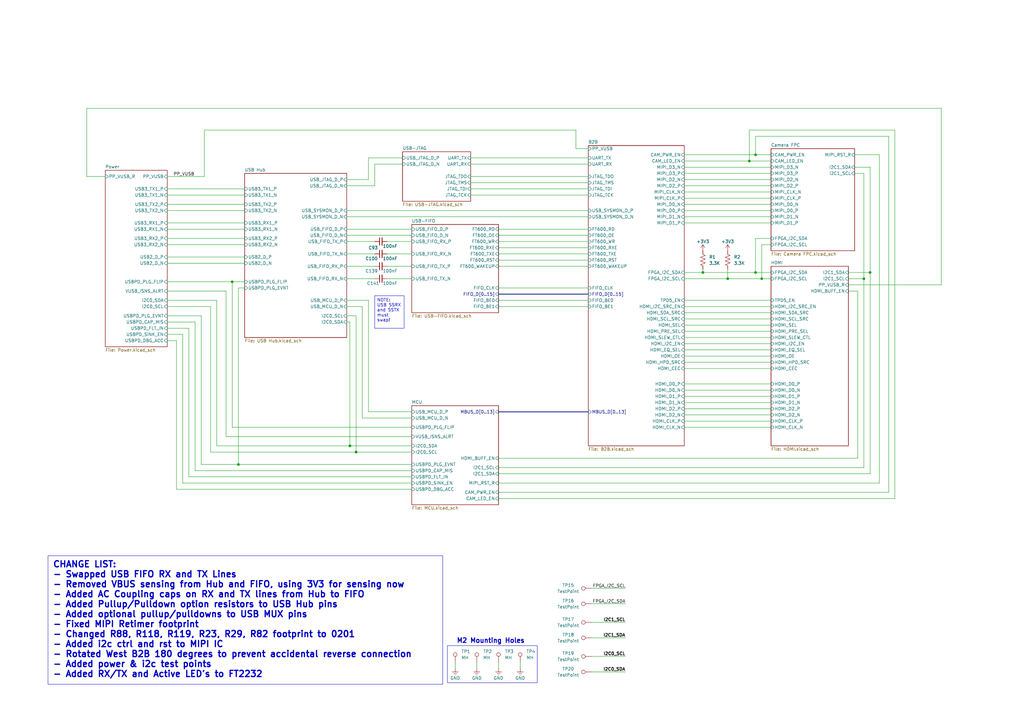
<source format=kicad_sch>
(kicad_sch (version 20231120) (generator "eeschema") (generator_version "8.0")
  (paper "A3")
  (title_block (title "Top") (date "2024-10-06") (rev "2.0") (company "Drexel University") (comment 1 "Designed by John Hofmeyr"))
  (lib_symbols
    (symbol "Connector:TestPoint" (pin_numbers hide) (pin_names (offset 0.762) hide)
      (property "Reference" "TP" (at 0 6.858 0))
      (property "Value" "TestPoint" (at 0 5.08 0))
      (symbol "TestPoint_0_1"
        (circle (center 0 3.302) (radius 0.762))
      )
      (symbol "TestPoint_1_1"
        (pin passive line (at 0 0 90) (length 2.54) (name "1") (number "1"))
      )
    )
    (symbol "Device:C_Small" (pin_numbers hide) (pin_names (offset 0.254) hide)
      (property "Reference" "C" (at 0.254 1.778 0))
      (property "Value" "C_Small" (at 0.254 -2.032 0))
      (symbol "C_Small_0_1"
        (polyline (pts (xy -1.524 -0.508) (xy 1.524 -0.508)) (stroke (width 0.3302)))
        (polyline (pts (xy -1.524 0.508) (xy 1.524 0.508)) (stroke (width 0.3048)))
      )
      (symbol "C_Small_1_1"
        (pin passive line (at 0 2.54 270) (length 2.032) (name "~") (number "1"))
        (pin passive line (at 0 -2.54 90) (length 2.032) (name "~") (number "2"))
      )
    )
    (symbol "Device:R_US" (pin_numbers hide) (pin_names (offset 0))
      (property "Reference" "R" (at 2.54 0 90))
      (property "Value" "R_US" (at -2.54 0 90))
      (symbol "R_US_0_1"
        (polyline (pts (xy 0 -2.286) (xy 0 -2.54)))
        (polyline (pts (xy 0 2.286) (xy 0 2.54)))
        (polyline (pts (xy 0 -0.762) (xy 1.016 -1.143) (xy 0 -1.524) (xy -1.016 -1.905) (xy 0 -2.286)))
        (polyline (pts (xy 0 0.762) (xy 1.016 0.381) (xy 0 0) (xy -1.016 -0.381) (xy 0 -0.762)))
        (polyline (pts (xy 0 2.286) (xy 1.016 1.905) (xy 0 1.524) (xy -1.016 1.143) (xy 0 0.762)))
      )
      (symbol "R_US_1_1"
        (pin passive line (at 0 3.81 270) (length 1.27) (name "~") (number "1"))
        (pin passive line (at 0 -3.81 90) (length 1.27) (name "~") (number "2"))
      )
    )
    (symbol "power:+3V3" (power) (pin_numbers hide) (pin_names (offset 0) hide)
      (property "Value" "+3V3" (at 0 3.556 0))
      (symbol "+3V3_0_1"
        (polyline (pts (xy -0.762 1.27) (xy 0 2.54)))
        (polyline (pts (xy 0 0) (xy 0 2.54)))
        (polyline (pts (xy 0 2.54) (xy 0.762 1.27)))
      )
      (symbol "+3V3_1_1"
        (pin power_in line (at 0 0 90) (length 0) (name "~") (number "1"))
      )
    )
    (symbol "power:GND" (power) (pin_numbers hide) (pin_names (offset 0) hide)
      (property "Value" "GND" (at 0 -3.81 0))
      (symbol "GND_0_1"
        (polyline (pts (xy -0.635 -1.905) (xy 0.635 -1.905)))
        (polyline (pts (xy -0.127 -2.54) (xy 0.127 -2.54)))
        (polyline (pts (xy 0 -1.27) (xy 0 0)))
        (polyline (pts (xy 1.27 -1.27) (xy -1.27 -1.27)))
      )
      (symbol "GND_1_1"
        (pin power_in line (at 0 0 270) (length 0) (name "~") (number "1"))
      )
    )
  )
  (junction (at 309.88 111.76))
  (junction (at 312.42 114.3))
  (junction (at 146.05 185.42))
  (junction (at 309.88 63.5))
  (junction (at 298.45 114.3))
  (junction (at 288.29 111.76))
  (junction (at 356.87 111.76))
  (junction (at 97.79 190.5))
  (junction (at 307.34 66.04))
  (junction (at 354.33 114.3))
  (junction (at 95.25 115.57))
  (junction (at 143.51 182.88))
  (wire (pts (xy 298.45 110.49) (xy 298.45 114.3)))
  (wire (pts (xy 204.47 93.98) (xy 241.3 93.98)))
  (wire (pts (xy 204.47 104.14) (xy 241.3 104.14)))
  (wire (pts (xy 88.9 182.88) (xy 143.51 182.88)))
  (wire (pts (xy 288.29 111.76) (xy 309.88 111.76)))
  (wire (pts (xy 204.47 187.96) (xy 351.79 187.96)))
  (wire (pts (xy 298.45 114.3) (xy 312.42 114.3)))
  (wire (pts (xy 146.05 185.42) (xy 168.91 185.42)))
  (wire (pts (xy 280.67 76.2) (xy 316.23 76.2)))
  (wire (pts (xy 68.58 77.47) (xy 100.33 77.47)))
  (wire (pts (xy 68.58 137.16) (xy 74.93 137.16)))
  (wire (pts (xy 356.87 68.58) (xy 350.52 68.58)))
  (wire (pts (xy 80.01 193.04) (xy 168.91 193.04)))
  (wire (pts (xy 280.67 66.04) (xy 307.34 66.04)))
  (wire (pts (xy 288.29 110.49) (xy 288.29 111.76)))
  (wire (pts (xy 280.67 130.81) (xy 316.23 130.81)))
  (wire (pts (xy 142.24 132.08) (xy 143.51 132.08)))
  (wire (pts (xy 280.67 83.82) (xy 316.23 83.82)))
  (wire (pts (xy 351.79 119.38) (xy 351.79 187.96)))
  (wire (pts (xy 72.39 200.66) (xy 168.91 200.66)))
  (wire (pts (xy 354.33 71.12) (xy 354.33 114.3)))
  (wire (pts (xy 242.57 269.24) (xy 256.54 269.24)))
  (wire (pts (xy 242.57 241.3) (xy 256.54 241.3)))
  (wire (pts (xy 142.24 129.54) (xy 146.05 129.54)))
  (wire (pts (xy 280.67 111.76) (xy 288.29 111.76)))
  (wire (pts (xy 82.55 129.54) (xy 68.58 129.54)))
  (wire (pts (xy 142.24 125.73) (xy 148.59 125.73)))
  (wire (pts (xy 68.58 93.98) (xy 100.33 93.98)))
  (wire (pts (xy 68.58 72.39) (xy 83.82 72.39)))
  (wire (pts (xy 280.67 151.13) (xy 316.23 151.13)))
  (wire (pts (xy 307.34 53.34) (xy 307.34 66.04)))
  (wire (pts (xy 88.9 123.19) (xy 68.58 123.19)))
  (wire (pts (xy 280.67 128.27) (xy 316.23 128.27)))
  (wire (pts (xy 142.24 76.2) (xy 153.67 76.2)))
  (wire (pts (xy 168.91 179.07) (xy 92.71 179.07)))
  (wire (pts (xy 280.67 167.64) (xy 316.23 167.64)))
  (wire (pts (xy 242.57 275.59) (xy 256.54 275.59)))
  (wire (pts (xy 193.04 67.31) (xy 241.3 67.31)))
  (wire (pts (xy 280.67 86.36) (xy 316.23 86.36)))
  (wire (pts (xy 86.36 125.73) (xy 68.58 125.73)))
  (wire (pts (xy 280.67 172.72) (xy 316.23 172.72)))
  (wire (pts (xy 68.58 115.57) (xy 95.25 115.57)))
  (wire (pts (xy 142.24 88.9) (xy 241.3 88.9)))
  (wire (pts (xy 280.67 123.19) (xy 316.23 123.19)))
  (wire (pts (xy 193.04 74.93) (xy 241.3 74.93)))
  (wire (pts (xy 367.03 53.34) (xy 307.34 53.34)))
  (bus (pts (xy 204.47 168.91) (xy 241.3 168.91)))
  (wire (pts (xy 242.57 261.62) (xy 256.54 261.62)))
  (wire (pts (xy 83.82 53.34) (xy 83.82 72.39)))
  (wire (pts (xy 142.24 93.98) (xy 168.91 93.98)))
  (wire (pts (xy 100.33 118.11) (xy 97.79 118.11)))
  (wire (pts (xy 83.82 53.34) (xy 236.22 53.34)))
  (wire (pts (xy 204.47 204.47) (xy 367.03 204.47)))
  (wire (pts (xy 280.67 148.59) (xy 316.23 148.59)))
  (wire (pts (xy 142.24 73.66) (xy 151.13 73.66)))
  (wire (pts (xy 386.08 44.45) (xy 386.08 116.84)))
  (wire (pts (xy 68.58 139.7) (xy 72.39 139.7)))
  (wire (pts (xy 158.75 114.3) (xy 168.91 114.3)))
  (wire (pts (xy 92.71 119.38) (xy 68.58 119.38)))
  (wire (pts (xy 68.58 100.33) (xy 100.33 100.33)))
  (wire (pts (xy 148.59 171.45) (xy 168.91 171.45)))
  (wire (pts (xy 280.67 88.9) (xy 316.23 88.9)))
  (wire (pts (xy 242.57 255.27) (xy 256.54 255.27)))
  (wire (pts (xy 316.23 97.79) (xy 309.88 97.79)))
  (wire (pts (xy 68.58 83.82) (xy 100.33 83.82)))
  (wire (pts (xy 68.58 86.36) (xy 100.33 86.36)))
  (wire (pts (xy 204.47 271.78) (xy 204.47 274.32)))
  (wire (pts (xy 68.58 134.62) (xy 77.47 134.62)))
  (wire (pts (xy 68.58 91.44) (xy 100.33 91.44)))
  (wire (pts (xy 142.24 109.22) (xy 153.67 109.22)))
  (wire (pts (xy 280.67 146.05) (xy 316.23 146.05)))
  (wire (pts (xy 280.67 160.02) (xy 316.23 160.02)))
  (wire (pts (xy 347.98 114.3) (xy 354.33 114.3)))
  (wire (pts (xy 204.47 99.06) (xy 241.3 99.06)))
  (wire (pts (xy 97.79 190.5) (xy 168.91 190.5)))
  (wire (pts (xy 82.55 190.5) (xy 97.79 190.5)))
  (wire (pts (xy 386.08 44.45) (xy 35.56 44.45)))
  (wire (pts (xy 242.57 247.65) (xy 256.54 247.65)))
  (wire (pts (xy 68.58 107.95) (xy 100.33 107.95)))
  (wire (pts (xy 80.01 132.08) (xy 80.01 193.04)))
  (wire (pts (xy 77.47 195.58) (xy 168.91 195.58)))
  (wire (pts (xy 280.67 140.97) (xy 316.23 140.97)))
  (wire (pts (xy 82.55 190.5) (xy 82.55 129.54)))
  (wire (pts (xy 158.75 99.06) (xy 168.91 99.06)))
  (wire (pts (xy 309.88 63.5) (xy 316.23 63.5)))
  (wire (pts (xy 153.67 76.2) (xy 153.67 67.31)))
  (wire (pts (xy 142.24 86.36) (xy 241.3 86.36)))
  (wire (pts (xy 280.67 68.58) (xy 316.23 68.58)))
  (bus (pts (xy 204.47 120.65) (xy 241.3 120.65)))
  (wire (pts (xy 204.47 194.31) (xy 356.87 194.31)))
  (wire (pts (xy 193.04 64.77) (xy 241.3 64.77)))
  (wire (pts (xy 153.67 67.31) (xy 165.1 67.31)))
  (wire (pts (xy 143.51 182.88) (xy 168.91 182.88)))
  (wire (pts (xy 72.39 139.7) (xy 72.39 200.66)))
  (wire (pts (xy 204.47 123.19) (xy 241.3 123.19)))
  (wire (pts (xy 95.25 115.57) (xy 100.33 115.57)))
  (wire (pts (xy 213.36 271.78) (xy 213.36 274.32)))
  (wire (pts (xy 204.47 106.68) (xy 241.3 106.68)))
  (wire (pts (xy 356.87 111.76) (xy 356.87 68.58)))
  (wire (pts (xy 193.04 77.47) (xy 241.3 77.47)))
  (wire (pts (xy 204.47 118.11) (xy 241.3 118.11)))
  (wire (pts (xy 280.67 81.28) (xy 316.23 81.28)))
  (wire (pts (xy 312.42 114.3) (xy 316.23 114.3)))
  (wire (pts (xy 360.68 63.5) (xy 360.68 198.12)))
  (wire (pts (xy 241.3 60.96) (xy 236.22 60.96)))
  (wire (pts (xy 151.13 123.19) (xy 151.13 168.91)))
  (wire (pts (xy 347.98 116.84) (xy 386.08 116.84)))
  (wire (pts (xy 143.51 132.08) (xy 143.51 182.88)))
  (wire (pts (xy 151.13 73.66) (xy 151.13 64.77)))
  (wire (pts (xy 347.98 111.76) (xy 356.87 111.76)))
  (wire (pts (xy 142.24 99.06) (xy 153.67 99.06)))
  (wire (pts (xy 168.91 175.26) (xy 95.25 175.26)))
  (wire (pts (xy 86.36 185.42) (xy 86.36 125.73)))
  (wire (pts (xy 280.67 143.51) (xy 316.23 143.51)))
  (wire (pts (xy 280.67 162.56) (xy 316.23 162.56)))
  (wire (pts (xy 364.49 201.93) (xy 364.49 55.88)))
  (wire (pts (xy 142.24 114.3) (xy 153.67 114.3)))
  (wire (pts (xy 280.67 114.3) (xy 298.45 114.3)))
  (wire (pts (xy 280.67 165.1) (xy 316.23 165.1)))
  (wire (pts (xy 350.52 63.5) (xy 360.68 63.5)))
  (wire (pts (xy 193.04 80.01) (xy 241.3 80.01)))
  (wire (pts (xy 309.88 111.76) (xy 316.23 111.76)))
  (wire (pts (xy 142.24 96.52) (xy 168.91 96.52)))
  (wire (pts (xy 280.67 91.44) (xy 316.23 91.44)))
  (wire (pts (xy 186.69 271.78) (xy 186.69 274.32)))
  (wire (pts (xy 195.58 271.78) (xy 195.58 274.32)))
  (wire (pts (xy 68.58 80.01) (xy 100.33 80.01)))
  (wire (pts (xy 309.88 97.79) (xy 309.88 111.76)))
  (wire (pts (xy 280.67 71.12) (xy 316.23 71.12)))
  (wire (pts (xy 97.79 118.11) (xy 97.79 190.5)))
  (wire (pts (xy 204.47 201.93) (xy 364.49 201.93)))
  (wire (pts (xy 204.47 191.77) (xy 354.33 191.77)))
  (wire (pts (xy 146.05 129.54) (xy 146.05 185.42)))
  (wire (pts (xy 280.67 125.73) (xy 316.23 125.73)))
  (wire (pts (xy 364.49 55.88) (xy 309.88 55.88)))
  (wire (pts (xy 158.75 109.22) (xy 168.91 109.22)))
  (wire (pts (xy 204.47 96.52) (xy 241.3 96.52)))
  (wire (pts (xy 350.52 71.12) (xy 354.33 71.12)))
  (wire (pts (xy 68.58 132.08) (xy 80.01 132.08)))
  (wire (pts (xy 92.71 179.07) (xy 92.71 119.38)))
  (wire (pts (xy 142.24 104.14) (xy 153.67 104.14)))
  (wire (pts (xy 204.47 101.6) (xy 241.3 101.6)))
  (wire (pts (xy 204.47 109.22) (xy 241.3 109.22)))
  (wire (pts (xy 158.75 104.14) (xy 168.91 104.14)))
  (wire (pts (xy 151.13 168.91) (xy 168.91 168.91)))
  (wire (pts (xy 151.13 64.77) (xy 165.1 64.77)))
  (wire (pts (xy 280.67 63.5) (xy 309.88 63.5)))
  (wire (pts (xy 312.42 100.33) (xy 312.42 114.3)))
  (wire (pts (xy 356.87 194.31) (xy 356.87 111.76)))
  (wire (pts (xy 280.67 133.35) (xy 316.23 133.35)))
  (wire (pts (xy 204.47 125.73) (xy 241.3 125.73)))
  (wire (pts (xy 354.33 114.3) (xy 354.33 191.77)))
  (wire (pts (xy 280.67 170.18) (xy 316.23 170.18)))
  (wire (pts (xy 77.47 134.62) (xy 77.47 195.58)))
  (wire (pts (xy 35.56 72.39) (xy 43.18 72.39)))
  (wire (pts (xy 280.67 135.89) (xy 316.23 135.89)))
  (wire (pts (xy 35.56 44.45) (xy 35.56 72.39)))
  (wire (pts (xy 280.67 78.74) (xy 316.23 78.74)))
  (wire (pts (xy 309.88 55.88) (xy 309.88 63.5)))
  (wire (pts (xy 316.23 100.33) (xy 312.42 100.33)))
  (wire (pts (xy 142.24 123.19) (xy 151.13 123.19)))
  (wire (pts (xy 74.93 137.16) (xy 74.93 198.12)))
  (wire (pts (xy 360.68 198.12) (xy 204.47 198.12)))
  (wire (pts (xy 236.22 53.34) (xy 236.22 60.96)))
  (wire (pts (xy 280.67 175.26) (xy 316.23 175.26)))
  (wire (pts (xy 193.04 72.39) (xy 241.3 72.39)))
  (wire (pts (xy 74.93 198.12) (xy 168.91 198.12)))
  (wire (pts (xy 307.34 66.04) (xy 316.23 66.04)))
  (wire (pts (xy 95.25 175.26) (xy 95.25 115.57)))
  (wire (pts (xy 86.36 185.42) (xy 146.05 185.42)))
  (wire (pts (xy 280.67 157.48) (xy 316.23 157.48)))
  (wire (pts (xy 367.03 204.47) (xy 367.03 53.34)))
  (wire (pts (xy 280.67 73.66) (xy 316.23 73.66)))
  (wire (pts (xy 68.58 105.41) (xy 100.33 105.41)))
  (wire (pts (xy 148.59 125.73) (xy 148.59 171.45)))
  (wire (pts (xy 68.58 97.79) (xy 100.33 97.79)))
  (wire (pts (xy 347.98 119.38) (xy 351.79 119.38)))
  (wire (pts (xy 88.9 182.88) (xy 88.9 123.19)))
  (wire (pts (xy 280.67 138.43) (xy 316.23 138.43)))
  (rectangle (start 183.515 264.795) (end 220.345 280.035))
  (text_box "CHANGE LIST:\n- Swapped USB FIFO RX and TX Lines\n- Removed VBUS sensing from Hub and FIFO, using 3V3 for sensing now\n- Added AC Coupling caps on RX and TX lines from Hub to FIFO\n- Added Pullup/Pulldown option resistors to USB Hub pins\n- Added optional pullup/pulldowns to USB MUX pins\n- Fixed MIPI Retimer footprint\n- Changed R88, R118, R119, R23, R29, R82 footprint to 0201\n- Added i2c ctrl and rst to MIPI IC\n- Rotated West B2B 180 degrees to prevent accidental reverse connection\n- Added power & i2c test points\n- Added RX/TX and Active LED's to FT2232" (at 19.685 227.965 0) (size 161.925 52.705) (effects (font (size 2.54 2.54) (thickness 0.508) (bold yes)) (justify left top)))
  (text_box "NOTE:\nUSB SSRX and SSTX must swap!" (at 153.67 121.285 0) (size 12.065 13.335) (effects (font (size 1.27 1.27)) (justify left top)))
  (text "M2 Mounting Holes" (at 201.295 262.89 0) (effects (font (size 1.905 1.905) (thickness 0.381) (bold yes))))
  (label "PP_VUSB" (at 71.12 72.39 0))
  (label "I2C0_SDA" (at 256.54 275.59 180) (effects (font (bold yes))))
  (label "I2C1_SCL" (at 256.54 255.27 180) (effects (font (bold yes))))
  (label "I2C1_SDA" (at 256.54 261.62 180) (effects (font (bold yes))))
  (label "FPGA_I2C_SDA" (at 256.54 247.65 180))
  (label "FPGA_I2C_SCL" (at 256.54 241.3 180))
  (label "I2C0_SCL" (at 256.54 269.24 180) (effects (font (bold yes))))
  (symbol (lib_id "Connector:TestPoint") (at 195.58 271.78 0) (unit 1)
    (property "Reference" "TP2" (at 198.12 267.2079 0) (effects (justify left)))
    (property "Value" "MH" (at 198.12 269.7479 0) (effects (justify left)))
    (property "Footprint" "MountingHole:MountingHole_2.2mm_M2_Pad_Via" (effects (hide yes)))
    (property "Description" "test point" (effects (hide yes)))
  )
  (symbol (lib_id "power:+3V3") (at 288.29 102.87 0) (unit 1)
    (property "Reference" "#PWR01" (effects (hide yes)))
    (property "Value" "+3V3" (at 288.29 99.06 0))
    (property "Description" "Power symbol creates a global label with name \"+3V3\"" (effects (hide yes)))
  )
  (symbol (lib_id "Connector:TestPoint") (at 186.69 271.78 0) (unit 1)
    (property "Reference" "TP1" (at 189.23 267.2079 0) (effects (justify left)))
    (property "Value" "MH" (at 189.23 269.7479 0) (effects (justify left)))
    (property "Footprint" "MountingHole:MountingHole_2.2mm_M2_Pad_Via" (effects (hide yes)))
    (property "Description" "test point" (effects (hide yes)))
  )
  (symbol (lib_id "power:GND") (at 213.36 274.32 0) (unit 1)
    (property "Reference" "#PWR06" (effects (hide yes)))
    (property "Value" "GND" (at 213.36 278.13 0))
    (property "Description" "Power symbol creates a global label with name \"GND\" , ground" (effects (hide yes)))
  )
  (symbol (lib_id "Device:C_Small") (at 156.21 109.22 90) (unit 1)
    (property "Reference" "C139" (at 152.4 111.125 90))
    (property "Value" "100nF" (at 160.02 111.125 90))
    (property "Footprint" "Capacitor_SMD:C_0201_0603Metric" (effects (hide yes)))
    (property "Description" "Unpolarized capacitor, small symbol" (effects (hide yes)))
  )
  (symbol (lib_id "Device:R_US") (at 298.45 106.68 180) (unit 1)
    (property "Reference" "R2" (at 300.99 105.4099 0) (effects (justify right)))
    (property "Value" "3.3K" (at 300.99 107.9499 0) (effects (justify right)))
    (property "Footprint" "Resistor_SMD:R_0201_0603Metric" (effects (hide yes)))
    (property "Description" "Resistor, US symbol" (effects (hide yes)))
  )
  (symbol (lib_id "power:+3V3") (at 298.45 102.87 0) (unit 1)
    (property "Reference" "#PWR02" (effects (hide yes)))
    (property "Value" "+3V3" (at 298.45 99.06 0))
    (property "Description" "Power symbol creates a global label with name \"+3V3\"" (effects (hide yes)))
  )
  (symbol (lib_id "Connector:TestPoint") (at 242.57 269.24 90) (unit 1)
    (property "Reference" "TP19" (at 233.045 267.97 90))
    (property "Value" "TestPoint" (at 233.045 270.51 90))
    (property "Footprint" "IO_Module:Test Point 0.5mm No Silk" (effects (hide yes)))
    (property "Description" "test point" (effects (hide yes)))
  )
  (symbol (lib_id "Device:C_Small") (at 156.21 104.14 90) (unit 1)
    (property "Reference" "C100" (at 152.4 106.045 90))
    (property "Value" "100nF" (at 160.02 106.045 90))
    (property "Footprint" "Capacitor_SMD:C_0201_0603Metric" (effects (hide yes)))
    (property "Description" "Unpolarized capacitor, small symbol" (effects (hide yes)))
  )
  (symbol (lib_id "Connector:TestPoint") (at 213.36 271.78 0) (unit 1)
    (property "Reference" "TP4" (at 215.9 267.2079 0) (effects (justify left)))
    (property "Value" "MH" (at 215.9 269.7479 0) (effects (justify left)))
    (property "Footprint" "MountingHole:MountingHole_2.2mm_M2_Pad_Via" (effects (hide yes)))
    (property "Description" "test point" (effects (hide yes)))
  )
  (symbol (lib_id "Connector:TestPoint") (at 242.57 241.3 90) (unit 1)
    (property "Reference" "TP15" (at 233.045 240.03 90))
    (property "Value" "TestPoint" (at 233.045 242.57 90))
    (property "Footprint" "IO_Module:Test Point 0.5mm No Silk" (effects (hide yes)))
    (property "Description" "test point" (effects (hide yes)))
  )
  (symbol (lib_id "Device:C_Small") (at 156.21 99.06 90) (unit 1)
    (property "Reference" "C93" (at 153.035 101.6 90))
    (property "Value" "100nF" (at 160.02 100.965 90))
    (property "Footprint" "Capacitor_SMD:C_0201_0603Metric" (effects (hide yes)))
    (property "Description" "Unpolarized capacitor, small symbol" (effects (hide yes)))
  )
  (symbol (lib_id "Connector:TestPoint") (at 242.57 247.65 90) (unit 1)
    (property "Reference" "TP16" (at 233.045 246.38 90))
    (property "Value" "TestPoint" (at 233.045 248.92 90))
    (property "Footprint" "IO_Module:Test Point 0.5mm No Silk" (effects (hide yes)))
    (property "Description" "test point" (effects (hide yes)))
  )
  (symbol (lib_id "power:GND") (at 195.58 274.32 0) (unit 1)
    (property "Reference" "#PWR04" (effects (hide yes)))
    (property "Value" "GND" (at 195.58 278.13 0))
    (property "Description" "Power symbol creates a global label with name \"GND\" , ground" (effects (hide yes)))
  )
  (symbol (lib_id "Connector:TestPoint") (at 242.57 255.27 90) (unit 1)
    (property "Reference" "TP17" (at 233.045 254 90))
    (property "Value" "TestPoint" (at 233.045 256.54 90))
    (property "Footprint" "IO_Module:Test Point 0.5mm No Silk" (effects (hide yes)))
    (property "Description" "test point" (effects (hide yes)))
  )
  (symbol (lib_id "Connector:TestPoint") (at 242.57 275.59 90) (unit 1)
    (property "Reference" "TP20" (at 233.045 274.32 90))
    (property "Value" "TestPoint" (at 233.045 276.86 90))
    (property "Footprint" "IO_Module:Test Point 0.5mm No Silk" (effects (hide yes)))
    (property "Description" "test point" (effects (hide yes)))
  )
  (symbol (lib_id "Connector:TestPoint") (at 204.47 271.78 0) (unit 1)
    (property "Reference" "TP3" (at 207.01 267.2079 0) (effects (justify left)))
    (property "Value" "MH" (at 207.01 269.7479 0) (effects (justify left)))
    (property "Footprint" "MountingHole:MountingHole_2.2mm_M2_Pad_Via" (effects (hide yes)))
    (property "Description" "test point" (effects (hide yes)))
  )
  (symbol (lib_id "power:GND") (at 204.47 274.32 0) (unit 1)
    (property "Reference" "#PWR05" (effects (hide yes)))
    (property "Value" "GND" (at 204.47 278.13 0))
    (property "Description" "Power symbol creates a global label with name \"GND\" , ground" (effects (hide yes)))
  )
  (symbol (lib_id "Device:C_Small") (at 156.21 114.3 90) (unit 1)
    (property "Reference" "C141" (at 153.035 116.205 90))
    (property "Value" "100nF" (at 160.02 116.205 90))
    (property "Footprint" "Capacitor_SMD:C_0201_0603Metric" (effects (hide yes)))
    (property "Description" "Unpolarized capacitor, small symbol" (effects (hide yes)))
  )
  (symbol (lib_id "Device:R_US") (at 288.29 106.68 180) (unit 1)
    (property "Reference" "R1" (at 290.83 105.4099 0) (effects (justify right)))
    (property "Value" "3.3K" (at 290.83 107.9499 0) (effects (justify right)))
    (property "Footprint" "Resistor_SMD:R_0201_0603Metric" (effects (hide yes)))
    (property "Description" "Resistor, US symbol" (effects (hide yes)))
  )
  (symbol (lib_id "Connector:TestPoint") (at 242.57 261.62 90) (unit 1)
    (property "Reference" "TP18" (at 233.045 260.35 90))
    (property "Value" "TestPoint" (at 233.045 262.89 90))
    (property "Footprint" "IO_Module:Test Point 0.5mm No Silk" (effects (hide yes)))
    (property "Description" "test point" (effects (hide yes)))
  )
  (symbol (lib_id "power:GND") (at 186.69 274.32 0) (unit 1)
    (property "Reference" "#PWR03" (effects (hide yes)))
    (property "Value" "GND" (at 186.69 278.13 0))
    (property "Description" "Power symbol creates a global label with name \"GND\" , ground" (effects (hide yes)))
  )
  (sheet (at 168.91 92.075) (size 35.56 36.195) (stroke (width 0.1524))
    (property "Sheetname" "USB-FIFO" (at 168.91 91.3634 0) (effects (justify left bottom)))
    (property "Sheetfile" "USB-FIFO.kicad_sch" (at 168.91 128.8546 0) (effects (justify left top)))
    (pin "FIFO_BE0" input (at 204.47 123.19 0))
    (pin "FIFO_BE1" input (at 204.47 125.73 0))
    (pin "USB_FIFO_D_P" input (at 168.91 93.98 180))
    (pin "USB_FIFO_D_N" input (at 168.91 96.52 180))
    (pin "FT600_RD" input (at 204.47 93.98 0))
    (pin "FT600_OE" input (at 204.47 96.52 0))
    (pin "FT600_WR" input (at 204.47 99.06 0))
    (pin "FT600_RXE" input (at 204.47 101.6 0))
    (pin "FIFO_D[0..15]" input (at 204.47 120.65 0))
    (pin "FIFO_CLK" input (at 204.47 118.11 0))
    (pin "FT600_TXE" input (at 204.47 104.14 0))
    (pin "FT600_RST" input (at 204.47 106.68 0))
    (pin "FT600_WAKEUP" input (at 204.47 109.22 0))
    (pin "USB_FIFO_RX_N" input (at 168.91 104.14 180))
    (pin "USB_FIFO_TX_P" input (at 168.91 109.22 180))
    (pin "USB_FIFO_TX_N" input (at 168.91 114.3 180))
    (pin "USB_FIFO_RX_P" input (at 168.91 99.06 180))
  )
  (sheet (at 241.3 59.69) (size 39.37 123.19) (stroke (width 0.1524))
    (property "Sheetname" "B2B" (at 241.3 58.9784 0) (effects (justify left bottom)))
    (property "Sheetfile" "B2B.kicad_sch" (at 241.3 183.4646 0) (effects (justify left top)))
    (pin "HDMI_CLK_N" input (at 280.67 175.26 0))
    (pin "HDMI_D2_P" input (at 280.67 167.64 0))
    (pin "HDMI_D2_N" input (at 280.67 170.18 0))
    (pin "HDMI_D0_N" input (at 280.67 160.02 0))
    (pin "HDMI_D1_P" input (at 280.67 162.56 0))
    (pin "HDMI_D1_N" input (at 280.67 165.1 0))
    (pin "HDMI_D0_P" input (at 280.67 157.48 0))
    (pin "HDMI_CLK_P" input (at 280.67 172.72 0))
    (pin "FPGA_I2C_SCL" input (at 280.67 114.3 0))
    (pin "FPGA_I2C_SDA" input (at 280.67 111.76 0))
    (pin "USB_SYSMON_D_N" input (at 241.3 88.9 180))
    (pin "USB_SYSMON_D_P" input (at 241.3 86.36 180))
    (pin "FIFO_BE0" input (at 241.3 123.19 180))
    (pin "FIFO_BE1" input (at 241.3 125.73 180))
    (pin "FT600_RST" input (at 241.3 106.68 180))
    (pin "FT600_RD" input (at 241.3 93.98 180))
    (pin "FT600_TXE" input (at 241.3 104.14 180))
    (pin "FT600_WR" input (at 241.3 99.06 180))
    (pin "FT600_RXE" input (at 241.3 101.6 180))
    (pin "FT600_OE" input (at 241.3 96.52 180))
    (pin "UART_RX" input (at 241.3 67.31 180))
    (pin "JTAG_TDO" input (at 241.3 72.39 180))
    (pin "UART_TX" input (at 241.3 64.77 180))
    (pin "JTAG_TDI" input (at 241.3 77.47 180))
    (pin "JTAG_TCK" input (at 241.3 80.01 180))
    (pin "PP_VUSB" input (at 241.3 60.96 180))
    (pin "JTAG_TMS" input (at 241.3 74.93 180))
    (pin "HDMI_SEL" input (at 280.67 133.35 0))
    (pin "FT600_WAKEUP" input (at 241.3 109.22 180))
    (pin "HDMI_EQ_SEL" input (at 280.67 143.51 0))
    (pin "HDMI_PRE_SEL" input (at 280.67 135.89 0))
    (pin "HDMI_I2C_EN" input (at 280.67 140.97 0))
    (pin "HDMI_SLEW_CTL" input (at 280.67 138.43 0))
    (pin "HDMI_HPD_SRC" input (at 280.67 148.59 0))
    (pin "HDMI_OE" input (at 280.67 146.05 0))
    (pin "HDMI_CEC" input (at 280.67 151.13 0))
    (pin "FIFO_CLK" input (at 241.3 118.11 180))
    (pin "FIFO_D[0..15]" input (at 241.3 120.65 180))
    (pin "MIPI_D2_P" input (at 280.67 76.2 0))
    (pin "MIPI_D2_N" input (at 280.67 73.66 0))
    (pin "MIPI_D3_P" input (at 280.67 71.12 0))
    (pin "CAM_LED_EN" input (at 280.67 66.04 0))
    (pin "MIPI_D3_N" input (at 280.67 68.58 0))
    (pin "CAM_PWR_EN" input (at 280.67 63.5 0))
    (pin "MIPI_D1_P" input (at 280.67 91.44 0))
    (pin "MIPI_CLK_P" input (at 280.67 81.28 0))
    (pin "MIPI_D0_N" input (at 280.67 83.82 0))
    (pin "MIPI_D0_P" input (at 280.67 86.36 0))
    (pin "MIPI_CLK_N" input (at 280.67 78.74 0))
    (pin "MIPI_D1_N" input (at 280.67 88.9 0))
    (pin "TPD5_EN" input (at 280.67 123.19 0))
    (pin "HDMI_I2C_SRC_EN" input (at 280.67 125.73 0))
    (pin "HDMI_SCL_SRC" input (at 280.67 130.81 0))
    (pin "HDMI_SDA_SRC" input (at 280.67 128.27 0))
    (pin "MBUS_D[0..13]" input (at 241.3 168.91 180))
  )
  (sheet (at 100.33 71.12) (size 41.91 67.31) (stroke (width 0.1524))
    (property "Sheetname" "USB Hub" (at 100.33 70.4084 0) (effects (justify left bottom)))
    (property "Sheetfile" "USB Hub.kicad_sch" (at 100.33 139.0146 0) (effects (justify left top)))
    (pin "USB_JTAG_D_N" input (at 142.24 76.2 0))
    (pin "USB_MCU_D_P" input (at 142.24 123.19 0))
    (pin "USB_MCU_D_N" input (at 142.24 125.73 0))
    (pin "USB_FIFO_TX_N" input (at 142.24 104.14 0))
    (pin "USB_FIFO_TX_P" input (at 142.24 99.06 0))
    (pin "USB_FIFO_RX_N" input (at 142.24 114.3 0))
    (pin "USB_FIFO_RX_P" input (at 142.24 109.22 0))
    (pin "USB_SYSMON_D_P" input (at 142.24 86.36 0))
    (pin "USB_JTAG_D_P" input (at 142.24 73.66 0))
    (pin "USB_FIFO_D_P" input (at 142.24 93.98 0))
    (pin "USB_SYSMON_D_N" input (at 142.24 88.9 0))
    (pin "USB_FIFO_D_N" input (at 142.24 96.52 0))
    (pin "USB2_D_P" input (at 100.33 105.41 180))
    (pin "USB3_RX1_N" input (at 100.33 93.98 180))
    (pin "USB2_D_N" input (at 100.33 107.95 180))
    (pin "USB3_RX2_P" input (at 100.33 97.79 180))
    (pin "USB3_RX1_P" input (at 100.33 91.44 180))
    (pin "USB3_RX2_N" input (at 100.33 100.33 180))
    (pin "USB3_TX1_N" input (at 100.33 80.01 180))
    (pin "USB3_TX2_P" input (at 100.33 83.82 180))
    (pin "USB3_TX1_P" input (at 100.33 77.47 180))
    (pin "USB3_TX2_N" input (at 100.33 86.36 180))
    (pin "USBPD_PLG_FLIP" input (at 100.33 115.57 180))
    (pin "USBPD_PLG_EVNT" input (at 100.33 118.11 180))
    (pin "I2C0_SCL" input (at 142.24 129.54 0))
    (pin "I2C0_SDA" input (at 142.24 132.08 0))
  )
  (sheet (at 316.23 109.22) (size 31.75 73.66) (stroke (width 0.1524))
    (property "Sheetname" "HDMI" (at 316.23 108.5084 0) (effects (justify left bottom)))
    (property "Sheetfile" "HDMI.kicad_sch" (at 316.23 183.4646 0) (effects (justify left top)))
    (pin "I2C1_SDA" input (at 347.98 111.76 0))
    (pin "I2C1_SCL" input (at 347.98 114.3 0))
    (pin "FPGA_I2C_SDA" input (at 316.23 111.76 180))
    (pin "FPGA_I2C_SCL" input (at 316.23 114.3 180))
    (pin "HDMI_CLK_N" input (at 316.23 175.26 180))
    (pin "HDMI_CLK_P" input (at 316.23 172.72 180))
    (pin "HDMI_D1_P" input (at 316.23 162.56 180))
    (pin "HDMI_D0_N" input (at 316.23 160.02 180))
    (pin "HDMI_D1_N" input (at 316.23 165.1 180))
    (pin "HDMI_D0_P" input (at 316.23 157.48 180))
    (pin "HDMI_D2_N" input (at 316.23 170.18 180))
    (pin "HDMI_D2_P" input (at 316.23 167.64 180))
    (pin "HDMI_BUFF_EN" input (at 347.98 119.38 0))
    (pin "HDMI_SEL" input (at 316.23 133.35 180))
    (pin "HDMI_PRE_SEL" input (at 316.23 135.89 180))
    (pin "HDMI_SLEW_CTL" input (at 316.23 138.43 180))
    (pin "HDMI_I2C_EN" input (at 316.23 140.97 180))
    (pin "HDMI_EQ_SEL" input (at 316.23 143.51 180))
    (pin "HDMI_OE" input (at 316.23 146.05 180))
    (pin "HDMI_HPD_SRC" input (at 316.23 148.59 180))
    (pin "HDMI_CEC" input (at 316.23 151.13 180))
    (pin "TPD5_EN" input (at 316.23 123.19 180))
    (pin "PP_VUSB_R" input (at 347.98 116.84 0))
    (pin "HDMI_I2C_SRC_EN" input (at 316.23 125.73 180))
    (pin "HDMI_SDA_SRC" input (at 316.23 128.27 180))
    (pin "HDMI_SCL_SRC" input (at 316.23 130.81 180))
  )
  (sheet (at 316.23 60.96) (size 34.29 41.91) (stroke (width 0.1524))
    (property "Sheetname" "Camera FPC" (at 316.23 60.2484 0) (effects (justify left bottom)))
    (property "Sheetfile" "Camera FPC.kicad_sch" (at 316.23 103.4546 0) (effects (justify left top)))
    (pin "CAM_PWR_EN" input (at 316.23 63.5 180))
    (pin "CAM_LED_EN" input (at 316.23 66.04 180))
    (pin "I2C1_SDA" input (at 350.52 68.58 0))
    (pin "I2C1_SCL" input (at 350.52 71.12 0))
    (pin "FPGA_I2C_SDA" input (at 316.23 97.79 180))
    (pin "FPGA_I2C_SCL" input (at 316.23 100.33 180))
    (pin "MIPI_D3_N" input (at 316.23 68.58 180))
    (pin "MIPI_D2_P" input (at 316.23 76.2 180))
    (pin "MIPI_D2_N" input (at 316.23 73.66 180))
    (pin "MIPI_D3_P" input (at 316.23 71.12 180))
    (pin "MIPI_D0_P" input (at 316.23 86.36 180))
    (pin "MIPI_CLK_N" input (at 316.23 78.74 180))
    (pin "MIPI_D0_N" input (at 316.23 83.82 180))
    (pin "MIPI_D1_N" input (at 316.23 88.9 180))
    (pin "MIPI_D1_P" input (at 316.23 91.44 180))
    (pin "MIPI_CLK_P" input (at 316.23 81.28 180))
    (pin "MIPI_RST_R" input (at 350.52 63.5 0))
  )
  (sheet (at 43.18 69.85) (size 25.4 72.39) (stroke (width 0.1524))
    (property "Sheetname" "Power" (at 43.18 69.1384 0) (effects (justify left bottom)))
    (property "Sheetfile" "Power.kicad_sch" (at 43.18 142.8246 0) (effects (justify left top)))
    (pin "VUSB_ISNS_ALRT" input (at 68.58 119.38 0))
    (pin "PP_VUSB" input (at 68.58 72.39 0))
    (pin "USBPD_CAP_MIS" input (at 68.58 132.08 0))
    (pin "USBPD_FLT_IN" input (at 68.58 134.62 0))
    (pin "USBPD_SINK_EN" input (at 68.58 137.16 0))
    (pin "USBPD_DBG_ACC" input (at 68.58 139.7 0))
    (pin "USBPD_PLG_EVNT" input (at 68.58 129.54 0))
    (pin "USB3_TX1_N" input (at 68.58 80.01 0))
    (pin "USBPD_PLG_FLIP" input (at 68.58 115.57 0))
    (pin "USB3_TX2_N" input (at 68.58 86.36 0))
    (pin "USB3_TX2_P" input (at 68.58 83.82 0))
    (pin "USB3_RX1_N" input (at 68.58 93.98 0))
    (pin "USB2_D_N" input (at 68.58 107.95 0))
    (pin "I2C0_SCL" input (at 68.58 125.73 0))
    (pin "USB3_RX1_P" input (at 68.58 91.44 0))
    (pin "USB2_D_P" input (at 68.58 105.41 0))
    (pin "I2C0_SDA" input (at 68.58 123.19 0))
    (pin "USB3_RX2_P" input (at 68.58 97.79 0))
    (pin "USB3_RX2_N" input (at 68.58 100.33 0))
    (pin "USB3_TX1_P" input (at 68.58 77.47 0))
    (pin "PP_VUSB_R" input (at 43.18 72.39 180))
  )
  (sheet (at 165.1 62.23) (size 27.94 20.32) (stroke (width 0.1524))
    (property "Sheetname" "USB-JTAG" (at 165.1 61.5184 0) (effects (justify left bottom)))
    (property "Sheetfile" "USB-JTAG.kicad_sch" (at 165.1 83.1346 0) (effects (justify left top)))
    (pin "UART_TX" input (at 193.04 64.77 0))
    (pin "UART_RX" input (at 193.04 67.31 0))
    (pin "JTAG_TDO" input (at 193.04 72.39 0))
    (pin "JTAG_TMS" input (at 193.04 74.93 0))
    (pin "JTAG_TDI" input (at 193.04 77.47 0))
    (pin "JTAG_TCK" input (at 193.04 80.01 0))
    (pin "USB_JTAG_D_N" input (at 165.1 67.31 180))
    (pin "USB_JTAG_D_P" input (at 165.1 64.77 180))
  )
  (sheet (at 168.91 166.37) (size 35.56 40.64) (stroke (width 0.1524))
    (property "Sheetname" "MCU" (at 168.91 165.6584 0) (effects (justify left bottom)))
    (property "Sheetfile" "MCU.kicad_sch" (at 168.91 207.5946 0) (effects (justify left top)))
    (pin "CAM_PWR_EN" input (at 204.47 201.93 0))
    (pin "I2C1_SDA" input (at 204.47 194.31 0))
    (pin "CAM_LED_EN" input (at 204.47 204.47 0))
    (pin "I2C0_SCL" input (at 168.91 185.42 180))
    (pin "I2C1_SCL" input (at 204.47 191.77 0))
    (pin "I2C0_SDA" input (at 168.91 182.88 180))
    (pin "USB_MCU_D_P" input (at 168.91 168.91 180))
    (pin "USB_MCU_D_N" input (at 168.91 171.45 180))
    (pin "USBPD_PLG_FLIP" input (at 168.91 175.26 180))
    (pin "USBPD_PLG_EVNT" input (at 168.91 190.5 180))
    (pin "USBPD_FLT_IN" input (at 168.91 195.58 180))
    (pin "USBPD_SINK_EN" input (at 168.91 198.12 180))
    (pin "USBPD_DBG_ACC" input (at 168.91 200.66 180))
    (pin "USBPD_CAP_MIS" input (at 168.91 193.04 180))
    (pin "VUSB_ISNS_ALRT" input (at 168.91 179.07 180))
    (pin "HDMI_BUFF_EN" input (at 204.47 187.96 0))
    (pin "MIPI_RST_R" input (at 204.47 198.12 0))
    (pin "MBUS_D[0..13]" input (at 204.47 168.91 0))
  )
)
</source>
